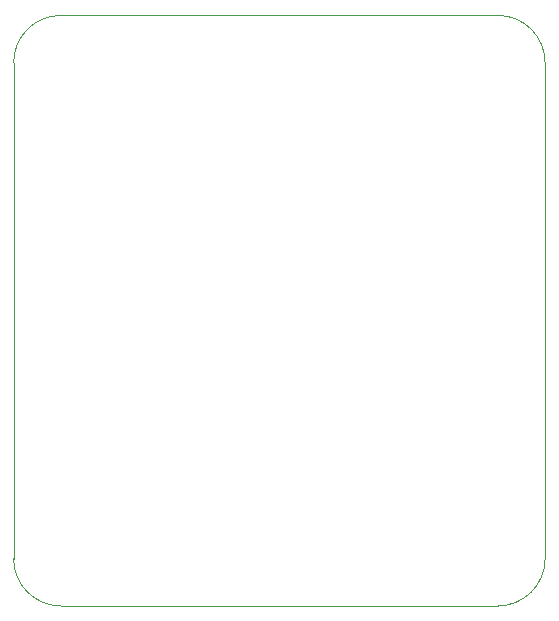
<source format=gbr>
%TF.GenerationSoftware,KiCad,Pcbnew,9.0.4*%
%TF.CreationDate,2026-01-25T08:23:28+01:00*%
%TF.ProjectId,VQFN_Training_Lab,5651464e-5f54-4726-9169-6e696e675f4c,1.0*%
%TF.SameCoordinates,PX7270e00PY7270e00*%
%TF.FileFunction,Profile,NP*%
%FSLAX46Y46*%
G04 Gerber Fmt 4.6, Leading zero omitted, Abs format (unit mm)*
G04 Created by KiCad (PCBNEW 9.0.4) date 2026-01-25 08:23:28*
%MOMM*%
%LPD*%
G01*
G04 APERTURE LIST*
%TA.AperFunction,Profile*%
%ADD10C,0.050000*%
%TD*%
G04 APERTURE END LIST*
D10*
X0Y4000000D02*
X0Y46000000D01*
X41000000Y0D02*
X4000000Y0D01*
X0Y46000000D02*
G75*
G02*
X4000000Y50000000I4000000J0D01*
G01*
X41000000Y50000000D02*
X4000000Y50000000D01*
X45000000Y46000000D02*
X45000000Y4000000D01*
X4000000Y0D02*
G75*
G02*
X0Y4000000I0J4000000D01*
G01*
X45000000Y4000000D02*
G75*
G02*
X41000000Y0I-4000000J0D01*
G01*
X41000000Y50000000D02*
G75*
G02*
X45000000Y46000000I0J-4000000D01*
G01*
M02*

</source>
